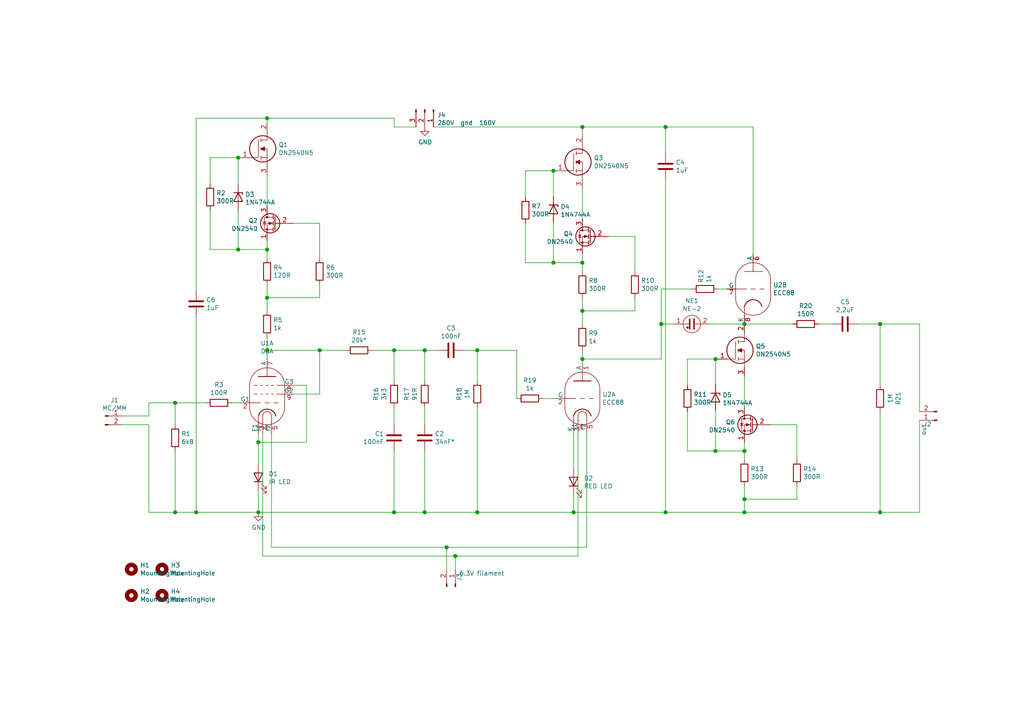
<source format=kicad_sch>
(kicad_sch (version 20230121) (generator eeschema)
  (paper "A4")
  (title_block (title "His Master's Noise") (date "2023-03-19") (rev "1") (company "DIY") (comment 3 "Schematic SY, PCB design tiberiuvicol"))
  (lib_symbols
    (symbol "Connector:Conn_01x02_Male" (pin_names (offset 1.016) hide)
      (property "Reference" "J" (at 0 2.54 0))
      (property "Value" "Conn_01x02_Male" (at 0 -5.08 0))
      (symbol "Conn_01x02_Male_1_1"
        (polyline (pts (xy 1.27 -2.54) (xy 0.8636 -2.54)) (stroke (width 0.1524)))
        (polyline (pts (xy 1.27 0) (xy 0.8636 0)) (stroke (width 0.1524)))
        (rectangle (start 0.8636 -2.413) (end 0 -2.667) (stroke (width 0.1524)) (fill (type outline)))
        (rectangle (start 0.8636 0.127) (end 0 -0.127) (stroke (width 0.1524)) (fill (type outline)))
        (pin passive line (at 5.08 0 180) (length 3.81) (name "Pin_1") (number "1"))
        (pin passive line (at 5.08 -2.54 180) (length 3.81) (name "Pin_2") (number "2"))
      )
    )
    (symbol "Connector:Conn_01x03_Male" (pin_names (offset 1.016) hide)
      (property "Reference" "J" (at 0 5.08 0))
      (property "Value" "Conn_01x03_Male" (at 0 -5.08 0))
      (symbol "Conn_01x03_Male_1_1"
        (polyline (pts (xy 1.27 -2.54) (xy 0.8636 -2.54)) (stroke (width 0.1524)))
        (polyline (pts (xy 1.27 0) (xy 0.8636 0)) (stroke (width 0.1524)))
        (polyline (pts (xy 1.27 2.54) (xy 0.8636 2.54)) (stroke (width 0.1524)))
        (rectangle (start 0.8636 -2.413) (end 0 -2.667) (stroke (width 0.1524)) (fill (type outline)))
        (rectangle (start 0.8636 0.127) (end 0 -0.127) (stroke (width 0.1524)) (fill (type outline)))
        (rectangle (start 0.8636 2.667) (end 0 2.413) (stroke (width 0.1524)) (fill (type outline)))
        (pin passive line (at 5.08 2.54 180) (length 3.81) (name "Pin_1") (number "1"))
        (pin passive line (at 5.08 0 180) (length 3.81) (name "Pin_2") (number "2"))
        (pin passive line (at 5.08 -2.54 180) (length 3.81) (name "Pin_3") (number "3"))
      )
    )
    (symbol "Device:C" (pin_numbers hide) (pin_names (offset 0.254))
      (property "Reference" "C" (at 0.635 2.54 0))
      (property "Value" "C" (at 0.635 -2.54 0))
      (symbol "C_0_1"
        (polyline (pts (xy -2.032 -0.762) (xy 2.032 -0.762)) (stroke (width 0.508)))
        (polyline (pts (xy -2.032 0.762) (xy 2.032 0.762)) (stroke (width 0.508)))
      )
      (symbol "C_1_1"
        (pin passive line (at 0 3.81 270) (length 2.794) (name "~") (number "1"))
        (pin passive line (at 0 -3.81 90) (length 2.794) (name "~") (number "2"))
      )
    )
    (symbol "Device:LED" (pin_numbers hide) (pin_names (offset 1.016) hide)
      (property "Reference" "D" (at 0 2.54 0))
      (property "Value" "LED" (at 0 -2.54 0))
      (symbol "LED_0_1"
        (polyline (pts (xy -1.27 -1.27) (xy -1.27 1.27)) (stroke (width 0.254)))
        (polyline (pts (xy -1.27 0) (xy 1.27 0)))
        (polyline (pts (xy 1.27 -1.27) (xy 1.27 1.27) (xy -1.27 0) (xy 1.27 -1.27)) (stroke (width 0.254)))
        (polyline (pts (xy -3.048 -0.762) (xy -4.572 -2.286) (xy -3.81 -2.286) (xy -4.572 -2.286) (xy -4.572 -1.524)))
        (polyline (pts (xy -1.778 -0.762) (xy -3.302 -2.286) (xy -2.54 -2.286) (xy -3.302 -2.286) (xy -3.302 -1.524)))
      )
      (symbol "LED_1_1"
        (pin passive line (at -3.81 0 0) (length 2.54) (name "K") (number "1"))
        (pin passive line (at 3.81 0 180) (length 2.54) (name "A") (number "2"))
      )
    )
    (symbol "Device:Lamp_Neon" (pin_names (offset 0.0254) hide)
      (property "Reference" "NE" (at 0.635 3.81 0))
      (property "Value" "Lamp_Neon" (at 0.635 -3.81 0))
      (symbol "Lamp_Neon_0_1"
        (rectangle (start -1.524 -0.508) (end 1.524 -0.762) (fill (type outline)))
        (rectangle (start -1.524 0.762) (end 1.524 0.508) (fill (type outline)))
        (polyline (pts (xy 0 -2.54) (xy 0 -0.762)))
        (polyline (pts (xy 0 0.762) (xy 0 2.54)))
        (circle (center 0 0) (radius 2.54))
        (circle (center 1.016 -1.27) (radius 0.254) (fill (type outline)))
      )
      (symbol "Lamp_Neon_1_1"
        (pin passive line (at 0 -5.08 90) (length 2.54) (name "~") (number "1"))
        (pin passive line (at 0 5.08 270) (length 2.54) (name "~") (number "2"))
      )
    )
    (symbol "Device:Q_NMOS_SGD" (pin_names (offset 0) hide)
      (property "Reference" "Q" (at 5.08 1.27 0))
      (property "Value" "Q_NMOS_SGD" (at 5.08 -1.27 0))
      (symbol "Q_NMOS_SGD_0_1"
        (polyline (pts (xy 0.254 0) (xy -2.54 0)))
        (polyline (pts (xy 0.254 1.905) (xy 0.254 -1.905)) (stroke (width 0.254)))
        (polyline (pts (xy 0.762 -1.27) (xy 0.762 -2.286)) (stroke (width 0.254)))
        (polyline (pts (xy 0.762 0.508) (xy 0.762 -0.508)) (stroke (width 0.254)))
        (polyline (pts (xy 0.762 2.286) (xy 0.762 1.27)) (stroke (width 0.254)))
        (polyline (pts (xy 2.54 2.54) (xy 2.54 1.778)))
        (polyline (pts (xy 2.54 -2.54) (xy 2.54 0) (xy 0.762 0)))
        (polyline (pts (xy 0.762 -1.778) (xy 3.302 -1.778) (xy 3.302 1.778) (xy 0.762 1.778)))
        (polyline (pts (xy 1.016 0) (xy 2.032 0.381) (xy 2.032 -0.381) (xy 1.016 0)) (fill (type outline)))
        (polyline (pts (xy 2.794 0.508) (xy 2.921 0.381) (xy 3.683 0.381) (xy 3.81 0.254)))
        (polyline (pts (xy 3.302 0.381) (xy 2.921 -0.254) (xy 3.683 -0.254) (xy 3.302 0.381)))
        (circle (center 1.651 0) (radius 2.794) (stroke (width 0.254)))
        (circle (center 2.54 -1.778) (radius 0.254) (fill (type outline)))
        (circle (center 2.54 1.778) (radius 0.254) (fill (type outline)))
      )
      (symbol "Q_NMOS_SGD_1_1"
        (pin passive line (at 2.54 -5.08 90) (length 2.54) (name "S") (number "1"))
        (pin input line (at -5.08 0 0) (length 5.08) (name "G") (number "2"))
        (pin passive line (at 2.54 5.08 270) (length 2.54) (name "D") (number "3"))
      )
    )
    (symbol "Device:R" (pin_numbers hide) (pin_names (offset 0))
      (property "Reference" "R" (at 2.032 0 90))
      (property "Value" "R" (at 0 0 90))
      (symbol "R_0_1"
        (rectangle (start -1.016 -2.54) (end 1.016 2.54) (stroke (width 0.254)))
      )
      (symbol "R_1_1"
        (pin passive line (at 0 3.81 270) (length 1.27) (name "~") (number "1"))
        (pin passive line (at 0 -3.81 90) (length 1.27) (name "~") (number "2"))
      )
    )
    (symbol "Diode:1N47xxA" (pin_numbers hide) (pin_names (offset 1.016) hide)
      (property "Reference" "D" (at 0 2.54 0))
      (property "Value" "1N47xxA" (at 0 -2.54 0))
      (symbol "1N47xxA_0_1"
        (polyline (pts (xy 1.27 0) (xy -1.27 0)))
        (polyline (pts (xy -1.27 -1.27) (xy -1.27 1.27) (xy -0.762 1.27)) (stroke (width 0.254)))
        (polyline (pts (xy 1.27 -1.27) (xy 1.27 1.27) (xy -1.27 0) (xy 1.27 -1.27)) (stroke (width 0.254)))
      )
      (symbol "1N47xxA_1_1"
        (pin passive line (at -3.81 0 0) (length 2.54) (name "K") (number "1"))
        (pin passive line (at 3.81 0 180) (length 2.54) (name "A") (number "2"))
      )
    )
    (symbol "HMN-rescue:DN2540N5-SamacSys" (pin_names (offset 0.762))
      (property "Reference" "Q" (at 11.43 3.81 0))
      (property "Value" "DN2540N5-SamacSys" (at 11.43 1.27 0))
      (symbol "DN2540N5-SamacSys_0_0"
        (pin unspecified line (at 0 0 0) (length 2.54) (name "~") (number "1"))
        (pin unspecified line (at 7.62 10.16 270) (length 2.54) (name "~") (number "2"))
        (pin unspecified line (at 7.62 -5.08 90) (length 2.54) (name "~") (number "3"))
      )
      (symbol "DN2540N5-SamacSys_0_1"
        (polyline (pts (xy 5.842 -0.508) (xy 5.842 0.508)) (stroke (width 0.1524)))
        (polyline (pts (xy 5.842 0) (xy 7.62 0)) (stroke (width 0.1524)))
        (polyline (pts (xy 5.842 2.032) (xy 5.842 3.048)) (stroke (width 0.1524)))
        (polyline (pts (xy 5.842 5.588) (xy 5.842 4.572)) (stroke (width 0.1524)))
        (polyline (pts (xy 7.62 2.54) (xy 5.842 2.54)) (stroke (width 0.1524)))
        (polyline (pts (xy 7.62 2.54) (xy 7.62 -2.54)) (stroke (width 0.1524)))
        (polyline (pts (xy 7.62 5.08) (xy 5.842 5.08)) (stroke (width 0.1524)))
        (polyline (pts (xy 7.62 5.08) (xy 7.62 7.62)) (stroke (width 0.1524)))
        (polyline (pts (xy 2.54 0) (xy 5.08 0) (xy 5.08 5.08)) (stroke (width 0.1524)))
        (polyline (pts (xy 5.842 2.54) (xy 6.858 3.048) (xy 6.858 2.032) (xy 5.842 2.54)) (stroke (width 0.254)) (fill (type outline)))
        (circle (center 6.35 2.54) (radius 3.81) (stroke (width 0.254)))
      )
    )
    (symbol "Mechanical:MountingHole" (pin_names (offset 1.016))
      (property "Reference" "H" (at 0 5.08 0))
      (property "Value" "MountingHole" (at 0 3.175 0))
      (symbol "MountingHole_0_1"
        (circle (center 0 0) (radius 1.27) (stroke (width 1.27)))
      )
    )
    (symbol "Valve:ECC88" (pin_names (offset 0))
      (property "Reference" "U" (at 4.318 7.112 0))
      (property "Value" "ECC88" (at 5.08 -7.62 0))
      (symbol "ECC88_0_1"
        (arc (start -5.08 -2.54) (mid 0 -7.5979) (end 5.08 -2.54))
        (polyline (pts (xy -5.08 0) (xy -5.08 -2.54)))
        (polyline (pts (xy -5.08 2.54) (xy -5.08 0)))
        (polyline (pts (xy 5.08 2.54) (xy 5.08 -2.54)))
        (arc (start 5.08 2.54) (mid 0 7.5979) (end -5.08 2.54))
      )
      (symbol "ECC88_1_0"
        (polyline (pts (xy -2.54 -5.08) (xy -2.54 -7.62)))
        (polyline (pts (xy 0 5.08) (xy 0 7.62)))
      )
      (symbol "ECC88_1_1"
        (polyline (pts (xy -5.08 0) (xy -3.175 0)))
        (polyline (pts (xy -1.905 0) (xy -3.175 0)) (stroke (width 0.1524)))
        (polyline (pts (xy -0.635 0) (xy 0.635 0)) (stroke (width 0.1524)))
        (polyline (pts (xy 1.905 0) (xy 3.175 0)) (stroke (width 0.1524)))
        (polyline (pts (xy -2.54 5.08) (xy 2.54 5.08) (xy 2.54 5.08)) (stroke (width 0.254)))
        (arc (start 2.54 -5.08) (mid 0 -3.0968) (end -2.54 -5.08) (stroke (width 0.254)))
        (pin output line (at 0 10.16 270) (length 2.54) (name "A") (number "1"))
        (pin input line (at -7.62 0 0) (length 2.54) (name "G") (number "2"))
        (pin bidirectional line (at -2.54 -10.16 90) (length 2.54) (name "K") (number "3"))
      )
      (symbol "ECC88_2_0"
        (polyline (pts (xy -5.08 0) (xy -3.175 0)))
        (polyline (pts (xy -2.54 -5.08) (xy -2.54 -7.62)))
        (polyline (pts (xy -1.905 0) (xy -3.175 0)) (stroke (width 0.1524)))
        (polyline (pts (xy -0.635 0) (xy 0.635 0)) (stroke (width 0.1524)))
        (polyline (pts (xy 0 5.08) (xy 0 7.62)))
        (polyline (pts (xy 1.905 0) (xy 3.175 0)) (stroke (width 0.1524)))
        (polyline (pts (xy 2.794 5.08) (xy -2.54 5.08) (xy -2.54 5.08)) (stroke (width 0.1524)))
      )
      (symbol "ECC88_2_1"
        (arc (start 2.54 -5.08) (mid 0 -3.0968) (end -2.54 -5.08) (stroke (width 0.254)))
        (pin output line (at 0 10.16 270) (length 2.54) (name "A") (number "6"))
        (pin input line (at -7.62 0 0) (length 2.54) (name "G") (number "7"))
        (pin bidirectional line (at -2.54 -10.16 90) (length 2.54) (name "K") (number "8"))
      )
      (symbol "ECC88_3_1"
        (arc (start 2.54 -6.35) (mid 0 -5.1292) (end -2.54 -6.35))
        (pin power_in line (at -2.54 -11.43 90) (length 5.08) (name "F1") (number "4"))
        (pin power_in line (at 2.54 -11.43 90) (length 5.08) (name "F2") (number "5"))
      )
    )
    (symbol "Valve:ECC88_filament" (pin_names (offset 0))
      (property "Reference" "U" (at 4.318 7.112 0))
      (property "Value" "Valve_ECC88_filament" (at 5.08 -7.62 0))
      (symbol "ECC88_filament_0_1"
        (arc (start -5.08 -2.54) (mid 0 -7.5979) (end 5.08 -2.54))
        (polyline (pts (xy -5.08 0) (xy -5.08 -2.54)))
        (polyline (pts (xy -5.08 2.54) (xy -5.08 0)))
        (polyline (pts (xy 5.08 2.54) (xy 5.08 -2.54)))
        (arc (start 5.08 2.54) (mid 0 7.5979) (end -5.08 2.54))
      )
      (symbol "ECC88_filament_1_0"
        (polyline (pts (xy -2.54 -5.08) (xy -2.54 -7.62)))
        (polyline (pts (xy 0 5.08) (xy 0 7.62)))
      )
      (symbol "ECC88_filament_1_1"
        (polyline (pts (xy -5.08 0) (xy -3.175 0)))
        (polyline (pts (xy -1.905 0) (xy -3.175 0)) (stroke (width 0.1524)))
        (polyline (pts (xy -1.27 -6.35) (xy -1.27 -5.08)))
        (polyline (pts (xy -0.635 0) (xy 0.635 0)) (stroke (width 0.1524)))
        (polyline (pts (xy 1.27 -6.35) (xy 1.27 -5.08)))
        (polyline (pts (xy 1.905 0) (xy 3.175 0)) (stroke (width 0.1524)))
        (polyline (pts (xy -2.54 5.08) (xy 2.54 5.08) (xy 2.54 5.08)) (stroke (width 0.254)))
        (arc (start 1.27 -5.08) (mid 0 -3.8155) (end -1.27 -5.08))
        (arc (start 2.54 -5.08) (mid 0 -3.0968) (end -2.54 -5.08) (stroke (width 0.254)))
        (pin output line (at 0 10.16 270) (length 2.54) (name "A") (number "1"))
        (pin input line (at -7.62 0 0) (length 2.54) (name "G") (number "2"))
        (pin bidirectional line (at -2.54 -10.16 90) (length 2.54) (name "K") (number "3"))
        (pin power_in line (at -1.27 -10.16 90) (length 3.9878) (name "f1") (number "4"))
        (pin power_in line (at 1.27 -10.16 90) (length 3.9878) (name "f2") (number "5"))
      )
      (symbol "ECC88_filament_2_0"
        (polyline (pts (xy -5.08 0) (xy -3.175 0)))
        (polyline (pts (xy -2.54 -5.08) (xy -2.54 -7.62)))
        (polyline (pts (xy -1.905 0) (xy -3.175 0)) (stroke (width 0.1524)))
        (polyline (pts (xy -0.635 0) (xy 0.635 0)) (stroke (width 0.1524)))
        (polyline (pts (xy 0 5.08) (xy 0 7.62)))
        (polyline (pts (xy 1.905 0) (xy 3.175 0)) (stroke (width 0.1524)))
        (polyline (pts (xy 2.794 5.08) (xy -2.54 5.08) (xy -2.54 5.08)) (stroke (width 0.1524)))
      )
      (symbol "ECC88_filament_2_1"
        (arc (start 2.54 -5.08) (mid 0 -3.0968) (end -2.54 -5.08) (stroke (width 0.254)))
        (pin output line (at 0 10.16 270) (length 2.54) (name "A") (number "6"))
        (pin input line (at -7.62 0 0) (length 2.54) (name "G") (number "7"))
        (pin bidirectional line (at -2.54 -10.16 90) (length 2.54) (name "K") (number "8"))
      )
      (symbol "ECC88_filament_3_1"
        (arc (start 2.54 -6.35) (mid 0 -5.1292) (end -2.54 -6.35))
        (pin power_in line (at -2.54 -11.43 90) (length 5.08) (name "F1") (number "4"))
        (pin power_in line (at 2.54 -11.43 90) (length 5.08) (name "F2") (number "5"))
      )
    )
    (symbol "d3a:D3A" (pin_names (offset 0))
      (property "Reference" "U" (at 3.556 8.89 0))
      (property "Value" "D3A" (at 2.54 -8.89 0))
      (symbol "D3A_0_1"
        (arc (start -5.08 -2.54) (mid 0 -7.5979) (end 5.08 -2.54))
        (polyline (pts (xy -5.08 3.81) (xy -5.08 -2.54) (xy -5.08 -2.54)))
        (polyline (pts (xy 5.08 -2.54) (xy 5.08 3.81) (xy 5.08 3.81)))
        (arc (start 5.08 3.81) (mid 0 8.8679) (end -5.08 3.81))
      )
      (symbol "D3A_1_0"
        (polyline (pts (xy -5.08 -1.27) (xy -3.175 -1.27)))
        (polyline (pts (xy -2.54 -5.08) (xy -2.54 -7.62)))
        (polyline (pts (xy -0.635 -1.27) (xy 0.635 -1.27)) (stroke (width 0.1524)))
        (polyline (pts (xy 0 6.35) (xy 0 8.89)))
        (polyline (pts (xy 1.905 -1.27) (xy 3.175 -1.27)) (stroke (width 0.1524)))
        (polyline (pts (xy 3.175 1.27) (xy 5.08 1.27)))
        (polyline (pts (xy 3.8862 3.81) (xy 5.08 3.81)))
      )
      (symbol "D3A_1_1"
        (polyline (pts (xy -3.81 1.27) (xy -2.794 1.27)) (stroke (width 0.1524)))
        (polyline (pts (xy -3.81 3.81) (xy -2.794 3.81)) (stroke (width 0.1524)))
        (polyline (pts (xy -1.905 -1.27) (xy -3.175 -1.27)) (stroke (width 0.1524)))
        (polyline (pts (xy -1.8542 1.27) (xy -1.2192 1.27)) (stroke (width 0.1524)))
        (polyline (pts (xy -1.8542 3.81) (xy -1.2192 3.81)) (stroke (width 0.1524)))
        (polyline (pts (xy -1.27 -6.858) (xy -1.27 -5.1054)))
        (polyline (pts (xy -0.3302 1.27) (xy 0.3302 1.27)) (stroke (width 0.1524)))
        (polyline (pts (xy -0.3302 3.81) (xy 0.3302 3.81)) (stroke (width 0.1524)))
        (polyline (pts (xy 1.2192 1.27) (xy 1.8542 1.27)) (stroke (width 0.1524)))
        (polyline (pts (xy 1.2192 3.81) (xy 1.8542 3.81)) (stroke (width 0.1524)))
        (polyline (pts (xy 1.27 -6.858) (xy 1.27 -5.1054)))
        (polyline (pts (xy 2.794 1.27) (xy 3.175 1.27)) (stroke (width 0.1524)))
        (polyline (pts (xy 3.81 3.81) (xy 2.794 3.81)) (stroke (width 0.1524)))
        (polyline (pts (xy -2.54 6.35) (xy 2.54 6.35) (xy 2.54 6.35)) (stroke (width 0.254)))
        (arc (start 1.27 -5.08) (mid 0 -3.8155) (end -1.27 -5.08))
        (arc (start 2.54 -5.08) (mid 0 -3.0968) (end -2.54 -5.08) (stroke (width 0.254)))
        (pin input line (at -7.62 -1.27 0) (length 2.54) (name "G1") (number "2"))
        (pin power_in line (at -2.54 -10.16 90) (length 3.302) (name "F1") (number "3"))
        (pin power_in line (at -1.27 -10.16 90) (length 3.302) (name "f1") (number "4"))
        (pin power_in line (at 1.27 -10.16 90) (length 3.302) (name "f2") (number "5"))
        (pin output line (at 0 11.43 270) (length 2.54) (name "A") (number "7"))
        (pin input line (at 7.62 3.81 180) (length 2.54) (name "G3") (number "8"))
        (pin input line (at 7.62 1.27 180) (length 2.54) (name "G2") (number "9"))
      )
      (symbol "D3A_2_1"
        (polyline (pts (xy -2.54 -6.858) (xy -2.54 -5.08) (xy -2.54 -5.08)))
        (polyline (pts (xy 2.54 -6.858) (xy 2.54 -5.08) (xy 2.54 -5.08)))
        (arc (start 2.54 -5.08) (mid 0 -3.8592) (end -2.54 -5.08))
        (pin power_in line (at -2.54 -10.16 90) (length 3.302) (name "F1") (number "4"))
        (pin power_in line (at 2.54 -10.16 90) (length 3.302) (name "F2") (number "5"))
      )
    )
    (symbol "power:GND" (power) (pin_names (offset 0))
      (property "Value" "GND" (at 0 -3.81 0))
      (symbol "GND_0_1"
        (polyline (pts (xy 0 0) (xy 0 -1.27) (xy 1.27 -1.27) (xy 0 -2.54) (xy -1.27 -1.27) (xy 0 -1.27)))
      )
      (symbol "GND_1_1"
        (pin power_in line (at 0 0 270) (length 0) hide (name "GND") (number "1"))
      )
    )
  )
  (junction (at 69.088 45.72) (diameter 1.016))
  (junction (at 191.77 93.98) (diameter 1.016))
  (junction (at 77.47 101.6) (diameter 1.016))
  (junction (at 138.43 101.6) (diameter 1.016))
  (junction (at 193.04 36.83) (diameter 1.016))
  (junction (at 193.04 148.59) (diameter 1.016))
  (junction (at 255.27 93.98) (diameter 1.016))
  (junction (at 160.528 49.53) (diameter 1.016))
  (junction (at 138.43 148.59) (diameter 1.016))
  (junction (at 215.9 144.78) (diameter 1.016))
  (junction (at 168.91 36.83) (diameter 1.016))
  (junction (at 215.9 148.59) (diameter 1.016))
  (junction (at 77.47 34.29) (diameter 1.016))
  (junction (at 160.528 76.2) (diameter 1.016))
  (junction (at 255.27 148.59) (diameter 1.016))
  (junction (at 168.91 90.17) (diameter 1.016))
  (junction (at 50.8 148.59) (diameter 1.016))
  (junction (at 77.47 86.36) (diameter 1.016))
  (junction (at 114.3 148.59) (diameter 1.016))
  (junction (at 215.9 93.98) (diameter 1.016))
  (junction (at 215.9 130.81) (diameter 1.016))
  (junction (at 50.8 116.84) (diameter 1.016))
  (junction (at 69.088 72.39) (diameter 1.016))
  (junction (at 207.518 130.81) (diameter 1.016))
  (junction (at 129.54 158.75) (diameter 1.016))
  (junction (at 56.896 148.59) (diameter 1.016))
  (junction (at 74.93 128.27) (diameter 1.016))
  (junction (at 77.47 72.39) (diameter 1.016))
  (junction (at 168.91 76.2) (diameter 1.016))
  (junction (at 207.518 104.14) (diameter 1.016))
  (junction (at 166.37 148.59) (diameter 1.016))
  (junction (at 123.19 148.59) (diameter 1.016))
  (junction (at 92.71 101.6) (diameter 1.016))
  (junction (at 168.91 104.14) (diameter 1.016))
  (junction (at 114.3 101.6) (diameter 1.016))
  (junction (at 123.19 101.6) (diameter 1.016))
  (junction (at 132.08 161.29) (diameter 1.016))
  (junction (at 74.93 148.59) (diameter 1.016))
  (wire (pts (xy 237.49 93.98) (xy 241.3 93.98)))
  (wire (pts (xy 76.2 125.73) (xy 76.2 161.29)))
  (wire (pts (xy 191.77 83.82) (xy 191.77 93.98)))
  (wire (pts (xy 123.19 130.81) (xy 123.19 148.59)))
  (wire (pts (xy 152.4 49.53) (xy 152.4 57.15)))
  (wire (pts (xy 76.2 161.29) (xy 132.08 161.29)))
  (wire (pts (xy 215.9 144.78) (xy 215.9 148.59)))
  (wire (pts (xy 43.18 116.84) (xy 50.8 116.84)))
  (wire (pts (xy 215.9 128.27) (xy 215.9 130.81)))
  (wire (pts (xy 69.088 45.72) (xy 69.088 53.34)))
  (wire (pts (xy 60.96 60.96) (xy 60.96 72.39)))
  (wire (pts (xy 184.15 86.36) (xy 184.15 90.17)))
  (wire (pts (xy 100.33 101.6) (xy 92.71 101.6)))
  (wire (pts (xy 195.58 93.98) (xy 191.77 93.98)))
  (wire (pts (xy 43.18 123.19) (xy 43.18 148.59)))
  (wire (pts (xy 218.44 36.83) (xy 193.04 36.83)))
  (wire (pts (xy 77.47 101.6) (xy 92.71 101.6)))
  (wire (pts (xy 74.93 142.24) (xy 74.93 148.59)))
  (wire (pts (xy 176.53 68.58) (xy 184.15 68.58)))
  (wire (pts (xy 200.66 83.82) (xy 191.77 83.82)))
  (wire (pts (xy 56.896 84.328) (xy 56.896 34.29)))
  (wire (pts (xy 69.088 60.96) (xy 69.088 72.39)))
  (wire (pts (xy 168.91 86.36) (xy 168.91 90.17)))
  (wire (pts (xy 50.8 148.59) (xy 56.896 148.59)))
  (wire (pts (xy 191.77 93.98) (xy 191.77 104.14)))
  (wire (pts (xy 138.43 118.11) (xy 138.43 148.59)))
  (wire (pts (xy 266.7 121.92) (xy 266.7 148.59)))
  (wire (pts (xy 74.93 134.62) (xy 74.93 128.27)))
  (wire (pts (xy 43.18 148.59) (xy 50.8 148.59)))
  (wire (pts (xy 161.29 115.57) (xy 157.48 115.57)))
  (wire (pts (xy 223.52 123.19) (xy 231.14 123.19)))
  (wire (pts (xy 77.47 82.55) (xy 77.47 86.36)))
  (wire (pts (xy 193.04 44.45) (xy 193.04 36.83)))
  (wire (pts (xy 138.43 148.59) (xy 166.37 148.59)))
  (wire (pts (xy 129.54 158.75) (xy 170.18 158.75)))
  (wire (pts (xy 191.77 104.14) (xy 168.91 104.14)))
  (wire (pts (xy 114.3 36.83) (xy 120.65 36.83)))
  (wire (pts (xy 166.37 125.73) (xy 166.37 135.89)))
  (wire (pts (xy 50.8 130.81) (xy 50.8 148.59)))
  (wire (pts (xy 59.69 116.84) (xy 50.8 116.84)))
  (wire (pts (xy 160.528 64.516) (xy 160.528 76.2)))
  (wire (pts (xy 132.08 161.29) (xy 167.64 161.29)))
  (wire (pts (xy 74.93 148.59) (xy 114.3 148.59)))
  (wire (pts (xy 88.9 111.76) (xy 85.09 111.76)))
  (wire (pts (xy 193.04 36.83) (xy 168.91 36.83)))
  (wire (pts (xy 199.39 130.81) (xy 207.518 130.81)))
  (wire (pts (xy 207.518 130.81) (xy 215.9 130.81)))
  (wire (pts (xy 215.9 109.22) (xy 215.9 118.11)))
  (wire (pts (xy 168.91 104.14) (xy 168.91 105.41)))
  (wire (pts (xy 60.96 72.39) (xy 69.088 72.39)))
  (wire (pts (xy 69.088 72.39) (xy 77.47 72.39)))
  (wire (pts (xy 92.71 64.77) (xy 92.71 74.93)))
  (wire (pts (xy 168.91 54.61) (xy 168.91 63.5)))
  (wire (pts (xy 168.91 39.37) (xy 168.91 36.83)))
  (wire (pts (xy 167.64 161.29) (xy 167.64 125.73)))
  (wire (pts (xy 123.19 110.49) (xy 123.19 101.6)))
  (wire (pts (xy 199.39 119.38) (xy 199.39 130.81)))
  (wire (pts (xy 170.18 158.75) (xy 170.18 125.73)))
  (wire (pts (xy 138.43 110.49) (xy 138.43 101.6)))
  (wire (pts (xy 207.518 104.14) (xy 207.518 111.506)))
  (wire (pts (xy 160.528 49.53) (xy 160.528 56.896)))
  (wire (pts (xy 199.39 104.14) (xy 199.39 111.76)))
  (wire (pts (xy 88.9 128.27) (xy 74.93 128.27)))
  (wire (pts (xy 77.47 35.56) (xy 77.47 34.29)))
  (wire (pts (xy 215.9 148.59) (xy 255.27 148.59)))
  (wire (pts (xy 152.4 64.77) (xy 152.4 76.2)))
  (wire (pts (xy 77.47 72.39) (xy 77.47 74.93)))
  (wire (pts (xy 138.43 101.6) (xy 149.86 101.6)))
  (wire (pts (xy 35.56 120.65) (xy 43.18 120.65)))
  (wire (pts (xy 60.96 45.72) (xy 60.96 53.34)))
  (wire (pts (xy 207.518 119.126) (xy 207.518 130.81)))
  (wire (pts (xy 114.3 101.6) (xy 114.3 110.49)))
  (wire (pts (xy 123.19 148.59) (xy 138.43 148.59)))
  (wire (pts (xy 77.47 69.85) (xy 77.47 72.39)))
  (wire (pts (xy 77.47 86.36) (xy 77.47 90.17)))
  (wire (pts (xy 215.9 130.81) (xy 215.9 133.35)))
  (wire (pts (xy 43.18 120.65) (xy 43.18 116.84)))
  (wire (pts (xy 166.37 143.51) (xy 166.37 148.59)))
  (wire (pts (xy 168.91 90.17) (xy 168.91 93.98)))
  (wire (pts (xy 266.7 148.59) (xy 255.27 148.59)))
  (wire (pts (xy 56.896 91.948) (xy 56.896 148.59)))
  (wire (pts (xy 205.74 93.98) (xy 215.9 93.98)))
  (wire (pts (xy 92.71 114.3) (xy 85.09 114.3)))
  (wire (pts (xy 184.15 68.58) (xy 184.15 78.74)))
  (wire (pts (xy 168.91 101.6) (xy 168.91 104.14)))
  (wire (pts (xy 255.27 148.59) (xy 255.27 119.38)))
  (wire (pts (xy 132.08 165.1) (xy 132.08 161.29)))
  (wire (pts (xy 193.04 148.59) (xy 215.9 148.59)))
  (wire (pts (xy 168.91 76.2) (xy 168.91 78.74)))
  (wire (pts (xy 218.44 73.66) (xy 218.44 36.83)))
  (wire (pts (xy 92.71 82.55) (xy 92.71 86.36)))
  (wire (pts (xy 266.7 93.98) (xy 255.27 93.98)))
  (wire (pts (xy 134.62 101.6) (xy 138.43 101.6)))
  (wire (pts (xy 77.47 50.8) (xy 77.47 59.69)))
  (wire (pts (xy 77.47 34.29) (xy 114.3 34.29)))
  (wire (pts (xy 56.896 148.59) (xy 74.93 148.59)))
  (wire (pts (xy 92.71 101.6) (xy 92.71 114.3)))
  (wire (pts (xy 255.27 93.98) (xy 248.92 93.98)))
  (wire (pts (xy 77.47 101.6) (xy 77.47 104.14)))
  (wire (pts (xy 255.27 111.76) (xy 255.27 93.98)))
  (wire (pts (xy 149.86 101.6) (xy 149.86 115.57)))
  (wire (pts (xy 207.518 104.14) (xy 199.39 104.14)))
  (wire (pts (xy 208.28 104.14) (xy 207.518 104.14)))
  (wire (pts (xy 114.3 148.59) (xy 123.19 148.59)))
  (wire (pts (xy 215.9 93.98) (xy 229.87 93.98)))
  (wire (pts (xy 74.93 128.27) (xy 74.93 125.73)))
  (wire (pts (xy 166.37 148.59) (xy 193.04 148.59)))
  (wire (pts (xy 123.19 101.6) (xy 114.3 101.6)))
  (wire (pts (xy 67.31 116.84) (xy 69.85 116.84)))
  (wire (pts (xy 78.74 125.73) (xy 78.74 158.75)))
  (wire (pts (xy 114.3 130.81) (xy 114.3 148.59)))
  (wire (pts (xy 123.19 118.11) (xy 123.19 123.19)))
  (wire (pts (xy 77.47 97.79) (xy 77.47 101.6)))
  (wire (pts (xy 160.528 49.53) (xy 152.4 49.53)))
  (wire (pts (xy 161.29 49.53) (xy 160.528 49.53)))
  (wire (pts (xy 125.73 36.83) (xy 168.91 36.83)))
  (wire (pts (xy 92.71 86.36) (xy 77.47 86.36)))
  (wire (pts (xy 50.8 116.84) (xy 50.8 123.19)))
  (wire (pts (xy 88.9 111.76) (xy 88.9 128.27)))
  (wire (pts (xy 85.09 64.77) (xy 92.71 64.77)))
  (wire (pts (xy 210.82 83.82) (xy 208.28 83.82)))
  (wire (pts (xy 35.56 123.19) (xy 43.18 123.19)))
  (wire (pts (xy 184.15 90.17) (xy 168.91 90.17)))
  (wire (pts (xy 127 101.6) (xy 123.19 101.6)))
  (wire (pts (xy 193.04 52.07) (xy 193.04 148.59)))
  (wire (pts (xy 129.54 158.75) (xy 129.54 165.1)))
  (wire (pts (xy 114.3 118.11) (xy 114.3 123.19)))
  (wire (pts (xy 78.74 158.75) (xy 129.54 158.75)))
  (wire (pts (xy 107.95 101.6) (xy 114.3 101.6)))
  (wire (pts (xy 215.9 140.97) (xy 215.9 144.78)))
  (wire (pts (xy 114.3 34.29) (xy 114.3 36.83)))
  (wire (pts (xy 69.088 45.72) (xy 60.96 45.72)))
  (wire (pts (xy 69.85 45.72) (xy 69.088 45.72)))
  (wire (pts (xy 231.14 144.78) (xy 215.9 144.78)))
  (wire (pts (xy 152.4 76.2) (xy 160.528 76.2)))
  (wire (pts (xy 160.528 76.2) (xy 168.91 76.2)))
  (wire (pts (xy 231.14 123.19) (xy 231.14 133.35)))
  (wire (pts (xy 56.896 34.29) (xy 77.47 34.29)))
  (wire (pts (xy 231.14 140.97) (xy 231.14 144.78)))
  (wire (pts (xy 168.91 73.66) (xy 168.91 76.2)))
  (wire (pts (xy 266.7 119.38) (xy 266.7 93.98)))
  (symbol (lib_id "Valve:ECC88_filament") (at 168.91 115.57 0) (unit 1)
    (property "Reference" "U2" (at 174.7012 114.4016 0) (effects (justify left)))
    (property "Value" "ECC88" (at 174.7012 116.713 0) (effects (justify left)))
    (property "Footprint" "Valve:Valve_ECC-83-2" (effects hide))
    (property "Datasheet" "http://www.r-type.org/pdfs/ecc88.pdf" (effects hide))
  )
  (symbol (lib_id "Valve:ECC88") (at 218.44 83.82 0) (unit 2)
    (property "Reference" "U2" (at 224.2312 82.6516 0) (effects (justify left)))
    (property "Value" "ECC88" (at 224.2312 84.963 0) (effects (justify left)))
    (property "Footprint" "Valve:Valve_ECC-83-2" (effects hide))
    (property "Datasheet" "http://www.r-type.org/pdfs/ecc88.pdf" (effects hide))
  )
  (symbol (lib_id "d3a:D3A") (at 77.47 115.57 0) (unit 1)
    (property "Reference" "U1" (at 77.47 99.5426 0))
    (property "Value" "D3A" (at 77.47 101.854 0))
    (property "Footprint" "Valve:Valve_ECC-83-2" (effects hide))
    (property "Datasheet" "http://www.r-type.org/pdfs/ef80.pdf" (effects hide))
  )
  (symbol (lib_id "HMN-rescue:DN2540N5-SamacSys") (at 69.85 45.72 0) (unit 1)
    (property "Reference" "Q1" (at 80.772 42.0116 0) (effects (justify left)))
    (property "Value" "DN2540N5" (at 80.772 44.323 0) (effects (justify left)))
    (property "Footprint" "SamacSys:TO254P483X1016X2375-3P" (effects hide))
    (property "Datasheet" "https://componentsearchengine.com/Datasheets/1/DN2540N5.pdf" (effects hide))
    (property "Description" "MOSFET 400V 25Ohm" (effects hide))
    (property "Height" "4.826" (effects hide))
    (property "Mouser Part Number" "689-DN2540N5" (effects hide))
    (property "Mouser Price/Stock" "https://www.mouser.com/Search/Refine.aspx?Keyword=689-DN2540N5" (effects hide))
    (property "Manufacturer_Name" "Microchip" (effects hide))
    (property "Manufacturer_Part_Number" "DN2540N5" (effects hide))
  )
  (symbol (lib_id "Device:LED") (at 74.93 138.43 90) (unit 1)
    (property "Reference" "D1" (at 77.9018 137.4394 90) (effects (justify right)))
    (property "Value" "IR LED" (at 77.9018 139.7508 90) (effects (justify right)))
    (property "Footprint" "LED_THT:LED_D3.0mm_IRBlack" (effects hide))
  )
  (symbol (lib_id "Device:LED") (at 166.37 139.7 90) (unit 1)
    (property "Reference" "D2" (at 169.3418 138.7094 90) (effects (justify right)))
    (property "Value" "RED LED" (at 169.3418 141.0208 90) (effects (justify right)))
    (property "Footprint" "LED_THT:LED_D3.0mm_IRGrey" (effects hide))
  )
  (symbol (lib_id "Device:R") (at 77.47 78.74 0) (unit 1)
    (property "Reference" "R4" (at 79.248 77.5716 0) (effects (justify left)))
    (property "Value" "120R" (at 79.248 79.883 0) (effects (justify left)))
    (property "Footprint" "Resistor_THT:R_Axial_DIN0207_L6.3mm_D2.5mm_P10.16mm_Horizontal" (effects hide))
  )
  (symbol (lib_id "Device:R") (at 77.47 93.98 0) (unit 1)
    (property "Reference" "R5" (at 79.248 92.8116 0) (effects (justify left)))
    (property "Value" "1k" (at 79.248 95.123 0) (effects (justify left)))
    (property "Footprint" "Resistor_THT:R_Axial_DIN0207_L6.3mm_D2.5mm_P10.16mm_Horizontal" (effects hide))
  )
  (symbol (lib_id "Device:R") (at 92.71 78.74 0) (unit 1)
    (property "Reference" "R6" (at 94.488 77.5716 0) (effects (justify left)))
    (property "Value" "300R" (at 94.488 79.883 0) (effects (justify left)))
    (property "Footprint" "Resistor_THT:R_Axial_DIN0207_L6.3mm_D2.5mm_P10.16mm_Horizontal" (effects hide))
  )
  (symbol (lib_id "Device:R") (at 60.96 57.15 0) (unit 1)
    (property "Reference" "R2" (at 62.738 55.9816 0) (effects (justify left)))
    (property "Value" "300R" (at 62.738 58.293 0) (effects (justify left)))
    (property "Footprint" "Resistor_THT:R_Axial_DIN0207_L6.3mm_D2.5mm_P10.16mm_Horizontal" (effects hide))
  )
  (symbol (lib_id "Device:R") (at 63.5 116.84 270) (unit 1)
    (property "Reference" "R3" (at 63.5 111.5822 90))
    (property "Value" "100R" (at 63.5 113.8936 90))
    (property "Footprint" "Resistor_THT:R_Axial_DIN0207_L6.3mm_D2.5mm_P10.16mm_Horizontal" (effects hide))
  )
  (symbol (lib_id "Device:R") (at 50.8 127 0) (unit 1)
    (property "Reference" "R1" (at 52.578 125.8316 0) (effects (justify left)))
    (property "Value" "6k8" (at 52.578 128.143 0) (effects (justify left)))
    (property "Footprint" "Resistor_THT:R_Axial_DIN0207_L6.3mm_D2.5mm_P10.16mm_Horizontal" (effects hide))
  )
  (symbol (lib_id "power:GND") (at 74.93 148.59 0) (unit 1)
    (property "Reference" "#PWR0101" (effects hide))
    (property "Value" "GND" (at 75.057 152.9842 0))
  )
  (symbol (lib_id "Connector:Conn_01x02_Male") (at 30.48 120.65 0) (unit 1)
    (property "Reference" "J1" (at 33.2232 116.0526 0))
    (property "Value" "MC/MM" (at 33.2232 118.364 0))
    (property "Footprint" "TerminalBlock:TerminalBlock_Altech_AK300-2_P5.00mm" (effects hide))
  )
  (symbol (lib_id "Connector:Conn_01x02_Male") (at 271.78 121.92 180) (unit 1)
    (property "Reference" "J2" (at 270.2052 123.0376 0) (effects (justify left)))
    (property "Value" "out" (at 267.8938 123.0376 90) (effects (justify left)))
    (property "Footprint" "TerminalBlock:TerminalBlock_Altech_AK300-2_P5.00mm" (effects hide))
  )
  (symbol (lib_id "Device:R") (at 152.4 60.96 0) (unit 1)
    (property "Reference" "R7" (at 154.178 59.7916 0) (effects (justify left)))
    (property "Value" "300R" (at 154.178 62.103 0) (effects (justify left)))
    (property "Footprint" "Resistor_THT:R_Axial_DIN0207_L6.3mm_D2.5mm_P10.16mm_Horizontal" (effects hide))
  )
  (symbol (lib_id "Device:R") (at 184.15 82.55 0) (unit 1)
    (property "Reference" "R10" (at 185.928 81.3816 0) (effects (justify left)))
    (property "Value" "300R" (at 185.928 83.693 0) (effects (justify left)))
    (property "Footprint" "Resistor_THT:R_Axial_DIN0207_L6.3mm_D2.5mm_P10.16mm_Horizontal" (effects hide))
  )
  (symbol (lib_id "Device:R") (at 168.91 97.79 0) (unit 1)
    (property "Reference" "R9" (at 170.688 96.6216 0) (effects (justify left)))
    (property "Value" "1k" (at 170.688 98.933 0) (effects (justify left)))
    (property "Footprint" "Resistor_THT:R_Axial_DIN0207_L6.3mm_D2.5mm_P10.16mm_Horizontal" (effects hide))
  )
  (symbol (lib_id "Device:R") (at 168.91 82.55 0) (unit 1)
    (property "Reference" "R8" (at 170.688 81.3816 0) (effects (justify left)))
    (property "Value" "300R" (at 170.688 83.693 0) (effects (justify left)))
    (property "Footprint" "Resistor_THT:R_Axial_DIN0207_L6.3mm_D2.5mm_P10.16mm_Horizontal" (effects hide))
  )
  (symbol (lib_id "HMN-rescue:DN2540N5-SamacSys") (at 161.29 49.53 0) (unit 1)
    (property "Reference" "Q3" (at 172.212 45.8216 0) (effects (justify left)))
    (property "Value" "DN2540N5" (at 172.212 48.133 0) (effects (justify left)))
    (property "Footprint" "SamacSys:TO254P483X1016X2375-3P" (effects hide))
    (property "Datasheet" "https://componentsearchengine.com/Datasheets/1/DN2540N5.pdf" (effects hide))
    (property "Description" "MOSFET 400V 25Ohm" (effects hide))
    (property "Height" "4.826" (effects hide))
    (property "Mouser Part Number" "689-DN2540N5" (effects hide))
    (property "Mouser Price/Stock" "https://www.mouser.com/Search/Refine.aspx?Keyword=689-DN2540N5" (effects hide))
    (property "Manufacturer_Name" "Microchip" (effects hide))
    (property "Manufacturer_Part_Number" "DN2540N5" (effects hide))
  )
  (symbol (lib_id "Mechanical:MountingHole") (at 38.1 165.1 0) (unit 1)
    (property "Reference" "H1" (at 40.64 163.9316 0) (effects (justify left)))
    (property "Value" "MountingHole" (at 40.64 166.243 0) (effects (justify left)))
    (property "Footprint" "MountingHole:MountingHole_3.2mm_M3_Pad_Via" (effects hide))
  )
  (symbol (lib_id "Device:R") (at 199.39 115.57 0) (unit 1)
    (property "Reference" "R11" (at 201.168 114.4016 0) (effects (justify left)))
    (property "Value" "300R" (at 201.168 116.713 0) (effects (justify left)))
    (property "Footprint" "Resistor_THT:R_Axial_DIN0207_L6.3mm_D2.5mm_P10.16mm_Horizontal" (effects hide))
  )
  (symbol (lib_id "Device:R") (at 231.14 137.16 0) (unit 1)
    (property "Reference" "R14" (at 232.918 135.9916 0) (effects (justify left)))
    (property "Value" "300R" (at 232.918 138.303 0) (effects (justify left)))
    (property "Footprint" "Resistor_THT:R_Axial_DIN0207_L6.3mm_D2.5mm_P10.16mm_Horizontal" (effects hide))
  )
  (symbol (lib_id "Device:R") (at 215.9 137.16 0) (unit 1)
    (property "Reference" "R13" (at 217.678 135.9916 0) (effects (justify left)))
    (property "Value" "300R" (at 217.678 138.303 0) (effects (justify left)))
    (property "Footprint" "Resistor_THT:R_Axial_DIN0207_L6.3mm_D2.5mm_P10.16mm_Horizontal" (effects hide))
  )
  (symbol (lib_id "HMN-rescue:DN2540N5-SamacSys") (at 208.28 104.14 0) (unit 1)
    (property "Reference" "Q5" (at 219.202 100.4316 0) (effects (justify left)))
    (property "Value" "DN2540N5" (at 219.202 102.743 0) (effects (justify left)))
    (property "Footprint" "SamacSys:TO254P483X1016X2375-3P" (effects hide))
    (property "Datasheet" "https://componentsearchengine.com/Datasheets/1/DN2540N5.pdf" (effects hide))
    (property "Description" "MOSFET 400V 25Ohm" (effects hide))
    (property "Height" "4.826" (effects hide))
    (property "Mouser Part Number" "689-DN2540N5" (effects hide))
    (property "Mouser Price/Stock" "https://www.mouser.com/Search/Refine.aspx?Keyword=689-DN2540N5" (effects hide))
    (property "Manufacturer_Name" "Microchip" (effects hide))
    (property "Manufacturer_Part_Number" "DN2540N5" (effects hide))
  )
  (symbol (lib_id "Device:R") (at 204.47 83.82 90) (unit 1)
    (property "Reference" "R12" (at 203.3016 82.042 0) (effects (justify left)))
    (property "Value" "1k" (at 205.613 82.042 0) (effects (justify left)))
    (property "Footprint" "Resistor_THT:R_Axial_DIN0207_L6.3mm_D2.5mm_P10.16mm_Horizontal" (effects hide))
  )
  (symbol (lib_id "Mechanical:MountingHole") (at 38.1 172.72 0) (unit 1)
    (property "Reference" "H2" (at 40.64 171.5516 0) (effects (justify left)))
    (property "Value" "MountingHole" (at 40.64 173.863 0) (effects (justify left)))
    (property "Footprint" "MountingHole:MountingHole_3.2mm_M3_Pad_Via" (effects hide))
  )
  (symbol (lib_id "Device:Lamp_Neon") (at 200.66 93.98 270) (unit 1)
    (property "Reference" "NE1" (at 200.66 87.249 90))
    (property "Value" "NE-2" (at 200.66 89.5604 90))
    (property "Footprint" "LED_THT:LED_D5.0mm" (effects hide))
  )
  (symbol (lib_id "Mechanical:MountingHole") (at 46.99 172.72 0) (unit 1)
    (property "Reference" "H4" (at 49.53 171.5516 0) (effects (justify left)))
    (property "Value" "MountingHole" (at 49.53 173.863 0) (effects (justify left)))
    (property "Footprint" "MountingHole:MountingHole_3.2mm_M3_Pad_Via" (effects hide))
  )
  (symbol (lib_id "Mechanical:MountingHole") (at 46.99 165.1 0) (unit 1)
    (property "Reference" "H3" (at 49.53 163.9316 0) (effects (justify left)))
    (property "Value" "MountingHole" (at 49.53 166.243 0) (effects (justify left)))
    (property "Footprint" "MountingHole:MountingHole_3.2mm_M3_Pad_Via" (effects hide))
  )
  (symbol (lib_id "Device:R") (at 233.68 93.98 270) (unit 1)
    (property "Reference" "R20" (at 233.68 88.7222 90))
    (property "Value" "150R" (at 233.68 91.0336 90))
    (property "Footprint" "Resistor_THT:R_Axial_DIN0207_L6.3mm_D2.5mm_P10.16mm_Horizontal" (effects hide))
  )
  (symbol (lib_id "Device:R") (at 255.27 115.57 180) (unit 1)
    (property "Reference" "R21" (at 260.5278 115.57 90))
    (property "Value" "1M" (at 258.2164 115.57 90))
    (property "Footprint" "Resistor_THT:R_Axial_DIN0207_L6.3mm_D2.5mm_P10.16mm_Horizontal" (effects hide))
  )
  (symbol (lib_id "Device:C") (at 193.04 48.26 0) (unit 1)
    (property "Reference" "C4" (at 195.961 47.0916 0) (effects (justify left)))
    (property "Value" "1uF" (at 195.961 49.403 0) (effects (justify left)))
    (property "Footprint" "Capacitor_THT:C_Rect_L31.5mm_W20.0mm_P27.50mm_MKS4" (effects hide))
  )
  (symbol (lib_id "Device:C") (at 245.11 93.98 270) (unit 1)
    (property "Reference" "C5" (at 245.11 87.5792 90))
    (property "Value" "2,2uF" (at 245.11 89.8906 90))
    (property "Footprint" "Capacitor_THT:C_Rect_L31.5mm_W20.0mm_P27.50mm_MKS4" (effects hide))
  )
  (symbol (lib_id "Device:R") (at 153.67 115.57 270) (unit 1)
    (property "Reference" "R19" (at 153.67 110.3122 90))
    (property "Value" "1k" (at 153.67 112.6236 90))
    (property "Footprint" "Resistor_THT:R_Axial_DIN0207_L6.3mm_D2.5mm_P10.16mm_Horizontal" (effects hide))
  )
  (symbol (lib_id "Device:R") (at 104.14 101.6 270) (unit 1)
    (property "Reference" "R15" (at 104.14 96.3422 90))
    (property "Value" "20k*" (at 104.14 98.6536 90))
    (property "Footprint" "Resistor_THT:R_Axial_DIN0207_L6.3mm_D2.5mm_P10.16mm_Horizontal" (effects hide))
  )
  (symbol (lib_id "Device:R") (at 114.3 114.3 0) (unit 1)
    (property "Reference" "R16" (at 109.0422 114.3 90))
    (property "Value" "3k3" (at 111.3536 114.3 90))
    (property "Footprint" "Resistor_THT:R_Axial_DIN0207_L6.3mm_D2.5mm_P10.16mm_Horizontal" (effects hide))
  )
  (symbol (lib_id "Device:R") (at 123.19 114.3 0) (unit 1)
    (property "Reference" "R17" (at 117.9322 114.3 90))
    (property "Value" "91R" (at 120.2436 114.3 90))
    (property "Footprint" "Resistor_THT:R_Axial_DIN0207_L6.3mm_D2.5mm_P10.16mm_Horizontal" (effects hide))
  )
  (symbol (lib_id "Device:R") (at 138.43 114.3 0) (unit 1)
    (property "Reference" "R18" (at 133.1722 114.3 90))
    (property "Value" "1M" (at 135.4836 114.3 90))
    (property "Footprint" "Resistor_THT:R_Axial_DIN0207_L6.3mm_D2.5mm_P10.16mm_Horizontal" (effects hide))
  )
  (symbol (lib_id "Device:C") (at 114.3 127 0) (mirror x) (unit 1)
    (property "Reference" "C1" (at 111.4044 125.8316 0) (effects (justify right)))
    (property "Value" "100nF" (at 111.4044 128.143 0) (effects (justify right)))
    (property "Footprint" "Capacitor_THT:C_Rect_L16.5mm_W7.3mm_P15.00mm_MKT" (effects hide))
  )
  (symbol (lib_id "Device:C") (at 123.19 127 180) (unit 1)
    (property "Reference" "C2" (at 126.111 125.8316 0) (effects (justify right)))
    (property "Value" "34nF*" (at 126.111 128.143 0) (effects (justify right)))
    (property "Footprint" "Capacitor_THT:C_Rect_L16.5mm_W7.3mm_P15.00mm_MKT" (effects hide))
  )
  (symbol (lib_id "Device:C") (at 130.81 101.6 90) (unit 1)
    (property "Reference" "C3" (at 130.81 95.1992 90))
    (property "Value" "100nF" (at 130.81 97.5106 90))
    (property "Footprint" "Capacitor_THT:C_Rect_L16.5mm_W7.3mm_P15.00mm_MKT" (effects hide))
  )
  (symbol (lib_id "Connector:Conn_01x03_Male") (at 123.19 31.75 270) (unit 1)
    (property "Reference" "J4" (at 126.8476 33.3248 90) (effects (justify left)))
    (property "Value" "260V  gnd  160V" (at 126.8476 35.6362 90) (effects (justify left)))
    (property "Footprint" "TerminalBlock:TerminalBlock_Altech_AK300-3_P5.00mm" (effects hide))
  )
  (symbol (lib_id "power:GND") (at 123.19 36.83 0) (unit 1)
    (property "Reference" "#PWR0104" (effects hide))
    (property "Value" "GND" (at 123.317 41.2242 0))
  )
  (symbol (lib_id "Device:C") (at 56.896 88.138 0) (unit 1)
    (property "Reference" "C6" (at 59.817 86.9696 0) (effects (justify left)))
    (property "Value" "1uF" (at 59.817 89.281 0) (effects (justify left)))
    (property "Footprint" "Capacitor_THT:C_Rect_L31.5mm_W20.0mm_P27.50mm_MKS4" (effects hide))
  )
  (symbol (lib_id "Diode:1N47xxA") (at 69.088 57.15 270) (unit 1)
    (property "Reference" "D3" (at 71.1201 56.3891 90) (effects (justify left)))
    (property "Value" "1N4744A" (at 71.1201 58.6878 90) (effects (justify left)))
    (property "Footprint" "Diode_THT:D_DO-41_SOD81_P10.16mm_Horizontal" (effects hide))
    (property "Datasheet" "https://www.vishay.com/docs/85816/1n4728a.pdf" (effects hide))
  )
  (symbol (lib_id "Diode:1N47xxA") (at 160.528 60.706 270) (unit 1)
    (property "Reference" "D4" (at 162.5601 59.9451 90) (effects (justify left)))
    (property "Value" "1N4744A" (at 162.5601 62.2438 90) (effects (justify left)))
    (property "Footprint" "Diode_THT:D_DO-41_SOD81_P10.16mm_Horizontal" (effects hide))
    (property "Datasheet" "https://www.vishay.com/docs/85816/1n4728a.pdf" (effects hide))
  )
  (symbol (lib_id "Diode:1N47xxA") (at 207.518 115.316 270) (unit 1)
    (property "Reference" "D5" (at 209.5501 114.5551 90) (effects (justify left)))
    (property "Value" "1N4744A" (at 209.5501 116.8538 90) (effects (justify left)))
    (property "Footprint" "Diode_THT:D_DO-41_SOD81_P10.16mm_Horizontal" (effects hide))
    (property "Datasheet" "https://www.vishay.com/docs/85816/1n4728a.pdf" (effects hide))
  )
  (symbol (lib_id "Connector:Conn_01x02_Male") (at 132.08 170.18 270) (mirror x) (unit 1)
    (property "Reference" "J3" (at 133.1976 168.6052 0) (effects (justify left)))
    (property "Value" "6.3V filament" (at 133.1976 166.2938 90) (effects (justify left)))
    (property "Footprint" "TerminalBlock:TerminalBlock_Altech_AK300-2_P5.00mm" (effects hide))
  )
  (symbol (lib_id "Device:Q_NMOS_SGD") (at 218.44 123.19 0) (mirror y) (unit 1)
    (property "Reference" "Q6" (at 213.2329 122.4291 0) (effects (justify left)))
    (property "Value" "DN2540" (at 213.2329 124.7278 0) (effects (justify left)))
    (property "Footprint" "Package_TO_SOT_THT:TO-92L_Inline_Wide" (effects hide))
  )
  (symbol (lib_id "Device:Q_NMOS_SGD") (at 171.45 68.58 0) (mirror y) (unit 1)
    (property "Reference" "Q4" (at 166.2429 67.8191 0) (effects (justify left)))
    (property "Value" "DN2540" (at 166.2429 70.1178 0) (effects (justify left)))
    (property "Footprint" "Package_TO_SOT_THT:TO-92L_Inline_Wide" (effects hide))
  )
  (symbol (lib_id "Device:Q_NMOS_SGD") (at 80.01 64.77 0) (mirror y) (unit 1)
    (property "Reference" "Q2" (at 74.8029 64.0091 0) (effects (justify left)))
    (property "Value" "DN2540" (at 74.8029 66.3078 0) (effects (justify left)))
    (property "Footprint" "Package_TO_SOT_THT:TO-92L_Inline_Wide" (effects hide))
  )
)
</source>
